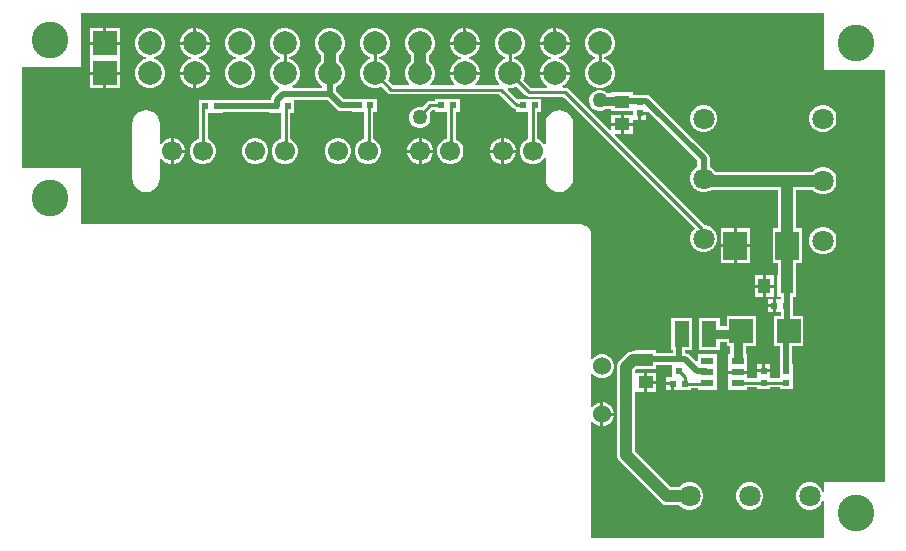
<source format=gbl>
G04*
G04 #@! TF.GenerationSoftware,Altium Limited,Altium Designer,23.1.1 (15)*
G04*
G04 Layer_Physical_Order=2*
G04 Layer_Color=16711680*
%FSLAX44Y44*%
%MOMM*%
G71*
G04*
G04 #@! TF.SameCoordinates,DA8C0BEE-71F1-460D-B415-3B7703EDD080*
G04*
G04*
G04 #@! TF.FilePolarity,Positive*
G04*
G01*
G75*
%ADD17C,1.8000*%
%ADD20C,0.8000*%
%ADD21C,0.2540*%
%ADD22C,1.0000*%
%ADD23C,3.1000*%
%ADD24C,2.0000*%
%ADD25R,2.0000X2.0000*%
%ADD26C,1.7000*%
%ADD27C,1.5240*%
%ADD28C,0.7112*%
%ADD29C,1.2700*%
%ADD30R,0.6000X0.6000*%
%ADD31R,2.0000X2.0000*%
%ADD32R,0.6000X0.6000*%
%ADD33R,1.3000X1.1000*%
%ADD34R,1.2700X2.2000*%
%ADD35R,1.1000X0.6000*%
%ADD36R,1.1000X1.3000*%
%ADD37R,2.0000X2.4000*%
%ADD38C,0.5000*%
G36*
X942000Y1213000D02*
X993386D01*
Y864143D01*
X942143D01*
X942000Y864000D01*
Y855963D01*
X940730Y855796D01*
X940554Y856454D01*
X939034Y859086D01*
X936886Y861234D01*
X934254Y862754D01*
X931319Y863540D01*
X928281D01*
X925346Y862754D01*
X922714Y861234D01*
X920566Y859086D01*
X919046Y856454D01*
X918260Y853519D01*
Y850481D01*
X919046Y847546D01*
X920566Y844914D01*
X922714Y842766D01*
X925346Y841246D01*
X928281Y840460D01*
X931319D01*
X934254Y841246D01*
X936886Y842766D01*
X939034Y844914D01*
X940554Y847546D01*
X940730Y848204D01*
X942000Y848037D01*
Y816614D01*
X744614D01*
Y914844D01*
X745581Y915103D01*
X745884Y915108D01*
X747762Y913230D01*
X750078Y911892D01*
X752662Y911200D01*
X752730D01*
Y921360D01*
Y931520D01*
X752662D01*
X750078Y930828D01*
X747762Y929490D01*
X745884Y927612D01*
X745581Y927617D01*
X744614Y927876D01*
Y955484D01*
X745581Y955743D01*
X745884Y955748D01*
X747762Y953870D01*
X750078Y952532D01*
X752662Y951840D01*
X755338D01*
X757922Y952532D01*
X760238Y953870D01*
X762130Y955762D01*
X763468Y958078D01*
X764160Y960662D01*
Y963338D01*
X763468Y965922D01*
X762130Y968238D01*
X760238Y970130D01*
X757922Y971468D01*
X755338Y972160D01*
X752662D01*
X750078Y971468D01*
X747762Y970130D01*
X745884Y968252D01*
X745581Y968257D01*
X744614Y968516D01*
Y1073318D01*
X744320Y1075547D01*
X743460Y1077625D01*
X742091Y1079409D01*
X740307Y1080778D01*
X738229Y1081638D01*
X736000Y1081932D01*
X312589Y1081932D01*
Y1130143D01*
X262614D01*
Y1215000D01*
X313000D01*
X312589Y1215411D01*
Y1261386D01*
X942000D01*
Y1213000D01*
D02*
G37*
%LPC*%
G36*
X715651Y1247940D02*
X715270D01*
Y1236670D01*
X726540D01*
Y1237051D01*
X725685Y1240240D01*
X724035Y1243100D01*
X721700Y1245434D01*
X718840Y1247085D01*
X715651Y1247940D01*
D02*
G37*
G36*
X712730D02*
X712349D01*
X709160Y1247085D01*
X706300Y1245434D01*
X703966Y1243100D01*
X702315Y1240240D01*
X701460Y1237051D01*
Y1236670D01*
X712730D01*
Y1247940D01*
D02*
G37*
G36*
X639451D02*
X639070D01*
Y1236670D01*
X650340D01*
Y1237051D01*
X649485Y1240240D01*
X647834Y1243100D01*
X645500Y1245434D01*
X642640Y1247085D01*
X639451Y1247940D01*
D02*
G37*
G36*
X636530D02*
X636149D01*
X632960Y1247085D01*
X630100Y1245434D01*
X627766Y1243100D01*
X626115Y1240240D01*
X625260Y1237051D01*
Y1236670D01*
X636530D01*
Y1247940D01*
D02*
G37*
G36*
X410851D02*
X410470D01*
Y1236670D01*
X421740D01*
Y1237051D01*
X420885Y1240240D01*
X419235Y1243100D01*
X416900Y1245434D01*
X414040Y1247085D01*
X410851Y1247940D01*
D02*
G37*
G36*
X407930D02*
X407549D01*
X404360Y1247085D01*
X401500Y1245434D01*
X399165Y1243100D01*
X397515Y1240240D01*
X396660Y1237051D01*
Y1236670D01*
X407930D01*
Y1247940D01*
D02*
G37*
G36*
X345540D02*
X334270D01*
Y1236670D01*
X345540D01*
Y1247940D01*
D02*
G37*
G36*
X331730D02*
X320460D01*
Y1236670D01*
X331730D01*
Y1247940D01*
D02*
G37*
G36*
X726540Y1234130D02*
X701460D01*
Y1233749D01*
X702315Y1230560D01*
X703966Y1227700D01*
X706300Y1225366D01*
X709160Y1223715D01*
X710493Y1223357D01*
Y1222043D01*
X709160Y1221685D01*
X706300Y1220034D01*
X703966Y1217700D01*
X702315Y1214840D01*
X701460Y1211651D01*
Y1211270D01*
X726540D01*
Y1211651D01*
X725685Y1214840D01*
X724035Y1217700D01*
X721700Y1220034D01*
X718840Y1221685D01*
X717507Y1222043D01*
Y1223357D01*
X718840Y1223715D01*
X721700Y1225366D01*
X724035Y1227700D01*
X725685Y1230560D01*
X726540Y1233749D01*
Y1234130D01*
D02*
G37*
G36*
X650340D02*
X625260D01*
Y1233749D01*
X626115Y1230560D01*
X627766Y1227700D01*
X630100Y1225366D01*
X632960Y1223715D01*
X634293Y1223357D01*
Y1222043D01*
X632960Y1221685D01*
X630100Y1220034D01*
X627766Y1217700D01*
X626115Y1214840D01*
X625260Y1211651D01*
Y1211270D01*
X650340D01*
Y1211651D01*
X649485Y1214840D01*
X647834Y1217700D01*
X645500Y1220034D01*
X642640Y1221685D01*
X641307Y1222043D01*
Y1223357D01*
X642640Y1223715D01*
X645500Y1225366D01*
X647834Y1227700D01*
X649485Y1230560D01*
X650340Y1233749D01*
Y1234130D01*
D02*
G37*
G36*
X421740D02*
X396660D01*
Y1233749D01*
X397515Y1230560D01*
X399165Y1227700D01*
X401500Y1225366D01*
X404360Y1223715D01*
X405693Y1223357D01*
Y1222043D01*
X404360Y1221685D01*
X401500Y1220034D01*
X399165Y1217700D01*
X397515Y1214840D01*
X396660Y1211651D01*
Y1211270D01*
X421740D01*
Y1211651D01*
X420885Y1214840D01*
X419235Y1217700D01*
X416900Y1220034D01*
X414040Y1221685D01*
X412707Y1222043D01*
Y1223357D01*
X414040Y1223715D01*
X416900Y1225366D01*
X419235Y1227700D01*
X420885Y1230560D01*
X421740Y1233749D01*
Y1234130D01*
D02*
G37*
G36*
X345540D02*
X320460D01*
Y1223810D01*
X320460Y1222860D01*
X320460Y1221590D01*
Y1211270D01*
X345540D01*
Y1221590D01*
X345540Y1222540D01*
X345540Y1223810D01*
Y1234130D01*
D02*
G37*
G36*
X677551Y1247940D02*
X674249D01*
X671060Y1247085D01*
X668200Y1245434D01*
X665865Y1243100D01*
X664215Y1240240D01*
X663360Y1237051D01*
Y1233749D01*
X664215Y1230560D01*
X665865Y1227700D01*
X668200Y1225366D01*
X671060Y1223715D01*
X672015Y1223458D01*
Y1221942D01*
X671060Y1221685D01*
X668200Y1220034D01*
X665865Y1217700D01*
X664215Y1214840D01*
X663360Y1211651D01*
Y1208349D01*
X664215Y1205160D01*
X665865Y1202300D01*
X666918Y1201248D01*
X666432Y1200075D01*
X647268D01*
X646782Y1201248D01*
X647834Y1202300D01*
X649485Y1205160D01*
X650340Y1208349D01*
Y1208730D01*
X625260D01*
Y1208349D01*
X626115Y1205160D01*
X627766Y1202300D01*
X628818Y1201248D01*
X628332Y1200075D01*
X609168D01*
X608682Y1201248D01*
X609734Y1202300D01*
X611385Y1205160D01*
X612240Y1208349D01*
Y1211651D01*
X611385Y1214840D01*
X609734Y1217700D01*
X607400Y1220034D01*
X607305Y1220089D01*
Y1225311D01*
X607400Y1225366D01*
X609734Y1227700D01*
X611385Y1230560D01*
X612240Y1233749D01*
Y1237051D01*
X611385Y1240240D01*
X609734Y1243100D01*
X607400Y1245434D01*
X604540Y1247085D01*
X601351Y1247940D01*
X598049D01*
X594860Y1247085D01*
X592000Y1245434D01*
X589665Y1243100D01*
X588015Y1240240D01*
X587160Y1237051D01*
Y1233749D01*
X588015Y1230560D01*
X589665Y1227700D01*
X592000Y1225366D01*
X592095Y1225311D01*
Y1220089D01*
X592000Y1220034D01*
X589665Y1217700D01*
X588015Y1214840D01*
X587160Y1211651D01*
Y1208349D01*
X588015Y1205160D01*
X589665Y1202300D01*
X590718Y1201248D01*
X590232Y1200075D01*
X577019D01*
X572791Y1204303D01*
X573285Y1205160D01*
X574140Y1208349D01*
Y1211651D01*
X573285Y1214840D01*
X571634Y1217700D01*
X569300Y1220034D01*
X566440Y1221685D01*
X565485Y1221942D01*
Y1223458D01*
X566440Y1223715D01*
X569300Y1225366D01*
X571634Y1227700D01*
X573285Y1230560D01*
X574140Y1233749D01*
Y1237051D01*
X573285Y1240240D01*
X571634Y1243100D01*
X569300Y1245434D01*
X566440Y1247085D01*
X563251Y1247940D01*
X559949D01*
X556760Y1247085D01*
X553900Y1245434D01*
X551566Y1243100D01*
X549915Y1240240D01*
X549060Y1237051D01*
Y1233749D01*
X549915Y1230560D01*
X551566Y1227700D01*
X553900Y1225366D01*
X556760Y1223715D01*
X557715Y1223458D01*
Y1221942D01*
X556760Y1221685D01*
X553900Y1220034D01*
X551566Y1217700D01*
X549915Y1214840D01*
X549060Y1211651D01*
Y1208349D01*
X549915Y1205160D01*
X551566Y1202300D01*
X553900Y1199966D01*
X556760Y1198315D01*
X559949Y1197460D01*
X563251D01*
X566440Y1198315D01*
X567297Y1198809D01*
X572663Y1193443D01*
X573923Y1192601D01*
X575410Y1192305D01*
X667201D01*
X678931Y1180575D01*
X680191Y1179733D01*
X681460Y1179481D01*
Y1177460D01*
X691638D01*
Y1154388D01*
X691264Y1154288D01*
X688746Y1152834D01*
X686691Y1150779D01*
X685237Y1148261D01*
X684485Y1145453D01*
Y1142547D01*
X685237Y1139739D01*
X686691Y1137221D01*
X688746Y1135166D01*
X691264Y1133712D01*
X694072Y1132960D01*
X696979D01*
X699786Y1133712D01*
X702304Y1135166D01*
X704359Y1137221D01*
X704999Y1138330D01*
X706269Y1137990D01*
Y1120980D01*
X706666Y1117968D01*
X707829Y1115160D01*
X709678Y1112750D01*
X712089Y1110900D01*
X714896Y1109737D01*
X717909Y1109341D01*
X720921Y1109737D01*
X723729Y1110900D01*
X726139Y1112750D01*
X727989Y1115160D01*
X729152Y1117968D01*
X729548Y1120980D01*
Y1166980D01*
X729152Y1169993D01*
X727989Y1172800D01*
X726139Y1175210D01*
X723729Y1177060D01*
X720921Y1178223D01*
X717909Y1178620D01*
X714896Y1178223D01*
X712089Y1177060D01*
X709678Y1175210D01*
X707829Y1172800D01*
X706666Y1169993D01*
X706269Y1166980D01*
Y1150010D01*
X704999Y1149670D01*
X704359Y1150779D01*
X702304Y1152834D01*
X699786Y1154288D01*
X699408Y1154389D01*
Y1177460D01*
X702540D01*
Y1188540D01*
X681954D01*
X674304Y1196190D01*
X674830Y1197460D01*
X677551D01*
X680740Y1198315D01*
X681597Y1198809D01*
X689153Y1191253D01*
X690413Y1190411D01*
X691900Y1190115D01*
X721391D01*
X832593Y1078913D01*
X830766Y1077086D01*
X829246Y1074454D01*
X828460Y1071519D01*
Y1068481D01*
X829246Y1065546D01*
X830766Y1062914D01*
X832914Y1060766D01*
X835546Y1059246D01*
X838481Y1058460D01*
X841519D01*
X844454Y1059246D01*
X847086Y1060766D01*
X849234Y1062914D01*
X850753Y1065546D01*
X851540Y1068481D01*
Y1071519D01*
X850753Y1074454D01*
X849234Y1077086D01*
X847086Y1079234D01*
X844454Y1080753D01*
X841519Y1081540D01*
X840954D01*
X764707Y1157787D01*
X765193Y1158960D01*
X769730D01*
Y1165730D01*
X761960D01*
Y1162193D01*
X760787Y1161707D01*
X725747Y1196747D01*
X724487Y1197589D01*
X723000Y1197885D01*
X720636D01*
X720295Y1199155D01*
X721700Y1199966D01*
X724035Y1202300D01*
X725685Y1205160D01*
X726540Y1208349D01*
Y1208730D01*
X701460D01*
Y1208349D01*
X702315Y1205160D01*
X703966Y1202300D01*
X706300Y1199966D01*
X707705Y1199155D01*
X707364Y1197885D01*
X693509D01*
X687091Y1204303D01*
X687585Y1205160D01*
X688440Y1208349D01*
Y1211651D01*
X687585Y1214840D01*
X685935Y1217700D01*
X683600Y1220034D01*
X680740Y1221685D01*
X679785Y1221942D01*
Y1223458D01*
X680740Y1223715D01*
X683600Y1225366D01*
X685935Y1227700D01*
X687585Y1230560D01*
X688440Y1233749D01*
Y1237051D01*
X687585Y1240240D01*
X685935Y1243100D01*
X683600Y1245434D01*
X680740Y1247085D01*
X677551Y1247940D01*
D02*
G37*
G36*
X525151D02*
X521849D01*
X518660Y1247085D01*
X515800Y1245434D01*
X513465Y1243100D01*
X511815Y1240240D01*
X510960Y1237051D01*
Y1233749D01*
X511815Y1230560D01*
X513465Y1227700D01*
X515800Y1225366D01*
X515895Y1225311D01*
Y1220089D01*
X515800Y1220034D01*
X513465Y1217700D01*
X511815Y1214840D01*
X510960Y1211651D01*
Y1208349D01*
X511815Y1205160D01*
X513465Y1202300D01*
X515800Y1199966D01*
X517215Y1199149D01*
X516875Y1197879D01*
X492025D01*
X491685Y1199149D01*
X493100Y1199966D01*
X495434Y1202300D01*
X497085Y1205160D01*
X497940Y1208349D01*
Y1211651D01*
X497085Y1214840D01*
X495434Y1217700D01*
X493100Y1220034D01*
X490240Y1221685D01*
X489285Y1221942D01*
Y1223458D01*
X490240Y1223715D01*
X493100Y1225366D01*
X495434Y1227700D01*
X497085Y1230560D01*
X497940Y1233749D01*
Y1237051D01*
X497085Y1240240D01*
X495434Y1243100D01*
X493100Y1245434D01*
X490240Y1247085D01*
X487051Y1247940D01*
X483749D01*
X480560Y1247085D01*
X477700Y1245434D01*
X475365Y1243100D01*
X473715Y1240240D01*
X472860Y1237051D01*
Y1233749D01*
X473715Y1230560D01*
X475365Y1227700D01*
X477700Y1225366D01*
X480560Y1223715D01*
X481515Y1223458D01*
Y1221942D01*
X480560Y1221685D01*
X477700Y1220034D01*
X475365Y1217700D01*
X473715Y1214840D01*
X472860Y1211651D01*
Y1208349D01*
X473715Y1205160D01*
X475365Y1202300D01*
X477700Y1199966D01*
X480560Y1198315D01*
X480678Y1198283D01*
X480905Y1196907D01*
X480106Y1196374D01*
X474866Y1191134D01*
X473752Y1189466D01*
X473369Y1187540D01*
X472460D01*
Y1187139D01*
X433540D01*
Y1187540D01*
X412460D01*
Y1176460D01*
X412508D01*
Y1154511D01*
X411674Y1154288D01*
X409156Y1152834D01*
X407101Y1150779D01*
X405647Y1148261D01*
X404895Y1145453D01*
Y1142547D01*
X405647Y1139739D01*
X407101Y1137221D01*
X409156Y1135166D01*
X411674Y1133712D01*
X414481Y1132960D01*
X417388D01*
X420196Y1133712D01*
X422714Y1135166D01*
X424769Y1137221D01*
X426222Y1139739D01*
X426975Y1142547D01*
Y1145453D01*
X426222Y1148261D01*
X424769Y1150779D01*
X422714Y1152834D01*
X420277Y1154241D01*
Y1176460D01*
X433540D01*
Y1176861D01*
X472460D01*
Y1176460D01*
X482477D01*
Y1154610D01*
X481273Y1154288D01*
X478755Y1152834D01*
X476700Y1150779D01*
X475246Y1148261D01*
X474494Y1145453D01*
Y1142547D01*
X475246Y1139739D01*
X476700Y1137221D01*
X478755Y1135166D01*
X481273Y1133712D01*
X484081Y1132960D01*
X486987D01*
X489795Y1133712D01*
X492313Y1135166D01*
X494368Y1137221D01*
X495822Y1139739D01*
X496574Y1142547D01*
Y1145453D01*
X495822Y1148261D01*
X494368Y1150779D01*
X492313Y1152834D01*
X490247Y1154027D01*
Y1176460D01*
X493540D01*
Y1187540D01*
X494785Y1187601D01*
X521371D01*
X529606Y1179366D01*
X531273Y1178252D01*
X533240Y1177861D01*
X542460D01*
Y1177460D01*
X552492D01*
Y1154550D01*
X551512Y1154288D01*
X548995Y1152834D01*
X546940Y1150779D01*
X545486Y1148261D01*
X544734Y1145453D01*
Y1142547D01*
X545486Y1139739D01*
X546940Y1137221D01*
X548995Y1135166D01*
X551512Y1133712D01*
X554320Y1132960D01*
X557227D01*
X560035Y1133712D01*
X562552Y1135166D01*
X564608Y1137221D01*
X566062Y1139739D01*
X566814Y1142547D01*
Y1145453D01*
X566062Y1148261D01*
X564608Y1150779D01*
X562552Y1152834D01*
X560261Y1154157D01*
Y1177460D01*
X563540D01*
Y1188540D01*
X542460D01*
Y1188139D01*
X535368D01*
X528639Y1194868D01*
Y1198487D01*
X531200Y1199966D01*
X533535Y1202300D01*
X535185Y1205160D01*
X536040Y1208349D01*
Y1211651D01*
X535185Y1214840D01*
X533535Y1217700D01*
X531200Y1220034D01*
X531105Y1220089D01*
Y1225311D01*
X531200Y1225366D01*
X533535Y1227700D01*
X535185Y1230560D01*
X536040Y1233749D01*
Y1237051D01*
X535185Y1240240D01*
X533535Y1243100D01*
X531200Y1245434D01*
X528340Y1247085D01*
X525151Y1247940D01*
D02*
G37*
G36*
X753751D02*
X750449D01*
X747260Y1247085D01*
X744400Y1245434D01*
X742066Y1243100D01*
X740415Y1240240D01*
X739560Y1237051D01*
Y1233749D01*
X740415Y1230560D01*
X742066Y1227700D01*
X744400Y1225366D01*
X747260Y1223715D01*
X748215Y1223458D01*
Y1221942D01*
X747260Y1221685D01*
X744400Y1220034D01*
X742066Y1217700D01*
X740415Y1214840D01*
X739560Y1211651D01*
Y1208349D01*
X740415Y1205160D01*
X742066Y1202300D01*
X744400Y1199966D01*
X747260Y1198315D01*
X750449Y1197460D01*
X753751D01*
X756940Y1198315D01*
X759800Y1199966D01*
X762134Y1202300D01*
X763785Y1205160D01*
X764640Y1208349D01*
Y1211651D01*
X763785Y1214840D01*
X762134Y1217700D01*
X759800Y1220034D01*
X756940Y1221685D01*
X755985Y1221942D01*
Y1223458D01*
X756940Y1223715D01*
X759800Y1225366D01*
X762134Y1227700D01*
X763785Y1230560D01*
X764640Y1233749D01*
Y1237051D01*
X763785Y1240240D01*
X762134Y1243100D01*
X759800Y1245434D01*
X756940Y1247085D01*
X753751Y1247940D01*
D02*
G37*
G36*
X448951D02*
X445649D01*
X442460Y1247085D01*
X439600Y1245434D01*
X437266Y1243100D01*
X435615Y1240240D01*
X434760Y1237051D01*
Y1233749D01*
X435615Y1230560D01*
X437266Y1227700D01*
X439600Y1225366D01*
X442460Y1223715D01*
X443793Y1223357D01*
Y1222043D01*
X442460Y1221685D01*
X439600Y1220034D01*
X437266Y1217700D01*
X435615Y1214840D01*
X434760Y1211651D01*
Y1208349D01*
X435615Y1205160D01*
X437266Y1202300D01*
X439600Y1199966D01*
X442460Y1198315D01*
X445649Y1197460D01*
X448951D01*
X452140Y1198315D01*
X455000Y1199966D01*
X457335Y1202300D01*
X458985Y1205160D01*
X459840Y1208349D01*
Y1211651D01*
X458985Y1214840D01*
X457335Y1217700D01*
X455000Y1220034D01*
X452140Y1221685D01*
X450807Y1222043D01*
Y1223357D01*
X452140Y1223715D01*
X455000Y1225366D01*
X457335Y1227700D01*
X458985Y1230560D01*
X459840Y1233749D01*
Y1237051D01*
X458985Y1240240D01*
X457335Y1243100D01*
X455000Y1245434D01*
X452140Y1247085D01*
X448951Y1247940D01*
D02*
G37*
G36*
X421740Y1208730D02*
X410470D01*
Y1197460D01*
X410851D01*
X414040Y1198315D01*
X416900Y1199966D01*
X419235Y1202300D01*
X420885Y1205160D01*
X421740Y1208349D01*
Y1208730D01*
D02*
G37*
G36*
X407930D02*
X396660D01*
Y1208349D01*
X397515Y1205160D01*
X399165Y1202300D01*
X401500Y1199966D01*
X404360Y1198315D01*
X407549Y1197460D01*
X407930D01*
Y1208730D01*
D02*
G37*
G36*
X372751Y1247940D02*
X369449D01*
X366260Y1247085D01*
X363400Y1245434D01*
X361065Y1243100D01*
X359415Y1240240D01*
X358560Y1237051D01*
Y1233749D01*
X359415Y1230560D01*
X361065Y1227700D01*
X363400Y1225366D01*
X366260Y1223715D01*
X367593Y1223357D01*
Y1222043D01*
X366260Y1221685D01*
X363400Y1220034D01*
X361065Y1217700D01*
X359415Y1214840D01*
X358560Y1211651D01*
Y1208349D01*
X359415Y1205160D01*
X361065Y1202300D01*
X363400Y1199966D01*
X366260Y1198315D01*
X369449Y1197460D01*
X372751D01*
X375940Y1198315D01*
X378800Y1199966D01*
X381134Y1202300D01*
X382785Y1205160D01*
X383640Y1208349D01*
Y1211651D01*
X382785Y1214840D01*
X381134Y1217700D01*
X378800Y1220034D01*
X375940Y1221685D01*
X374607Y1222043D01*
Y1223357D01*
X375940Y1223715D01*
X378800Y1225366D01*
X381134Y1227700D01*
X382785Y1230560D01*
X383640Y1233749D01*
Y1237051D01*
X382785Y1240240D01*
X381134Y1243100D01*
X378800Y1245434D01*
X375940Y1247085D01*
X372751Y1247940D01*
D02*
G37*
G36*
X345540Y1208730D02*
X334270D01*
Y1197460D01*
X345540D01*
Y1208730D01*
D02*
G37*
G36*
X331730D02*
X320460D01*
Y1197460D01*
X331730D01*
Y1208730D01*
D02*
G37*
G36*
X633540Y1188540D02*
X612460D01*
Y1186885D01*
X608720D01*
X607233Y1186589D01*
X605973Y1185747D01*
X601518Y1181292D01*
X601000Y1181431D01*
X598659D01*
X596398Y1180826D01*
X594371Y1179655D01*
X592716Y1178000D01*
X591545Y1175973D01*
X590940Y1173712D01*
Y1171371D01*
X591545Y1169110D01*
X592716Y1167083D01*
X594371Y1165428D01*
X596398Y1164257D01*
X598659Y1163651D01*
X601000D01*
X603261Y1164257D01*
X605288Y1165428D01*
X606943Y1167083D01*
X608114Y1169110D01*
X608720Y1171371D01*
Y1173712D01*
X608114Y1175973D01*
X607774Y1176561D01*
X610329Y1179115D01*
X612460D01*
Y1177460D01*
X622528D01*
Y1154578D01*
X621444Y1154288D01*
X618927Y1152834D01*
X616871Y1150779D01*
X615418Y1148261D01*
X614665Y1145453D01*
Y1142547D01*
X615418Y1139739D01*
X616871Y1137221D01*
X618927Y1135166D01*
X621444Y1133712D01*
X624252Y1132960D01*
X627159D01*
X629967Y1133712D01*
X632484Y1135166D01*
X634540Y1137221D01*
X635993Y1139739D01*
X636745Y1142547D01*
Y1145453D01*
X635993Y1148261D01*
X634540Y1150779D01*
X632484Y1152834D01*
X630297Y1154097D01*
Y1177460D01*
X633540D01*
Y1188540D01*
D02*
G37*
G36*
X791540Y1174730D02*
X787270D01*
Y1170460D01*
X791540D01*
Y1174730D01*
D02*
G37*
G36*
X769730Y1175040D02*
X761960D01*
Y1168270D01*
X769730D01*
Y1175040D01*
D02*
G37*
G36*
X942519Y1183140D02*
X939481D01*
X936546Y1182354D01*
X933914Y1180834D01*
X931766Y1178686D01*
X930247Y1176054D01*
X929460Y1173119D01*
Y1170081D01*
X930247Y1167146D01*
X931766Y1164514D01*
X933914Y1162366D01*
X936546Y1160846D01*
X939481Y1160060D01*
X942519D01*
X945454Y1160846D01*
X948086Y1162366D01*
X950234Y1164514D01*
X951753Y1167146D01*
X952540Y1170081D01*
Y1173119D01*
X951753Y1176054D01*
X950234Y1178686D01*
X948086Y1180834D01*
X945454Y1182354D01*
X942519Y1183140D01*
D02*
G37*
G36*
X841519D02*
X838481D01*
X835546Y1182354D01*
X832914Y1180834D01*
X830766Y1178686D01*
X829246Y1176054D01*
X828460Y1173119D01*
Y1170081D01*
X829246Y1167146D01*
X830766Y1164514D01*
X832914Y1162366D01*
X835546Y1160846D01*
X838481Y1160060D01*
X841519D01*
X844454Y1160846D01*
X847086Y1162366D01*
X849234Y1164514D01*
X850753Y1167146D01*
X851540Y1170081D01*
Y1173119D01*
X850753Y1176054D01*
X849234Y1178686D01*
X847086Y1180834D01*
X844454Y1182354D01*
X841519Y1183140D01*
D02*
G37*
G36*
X780040Y1165730D02*
X772270D01*
Y1158960D01*
X780040D01*
Y1165730D01*
D02*
G37*
G36*
X391453Y1155040D02*
X391270D01*
Y1145270D01*
X401040D01*
Y1145453D01*
X400288Y1148261D01*
X398834Y1150779D01*
X396779Y1152834D01*
X394261Y1154288D01*
X391453Y1155040D01*
D02*
G37*
G36*
X671580D02*
X671397D01*
Y1145270D01*
X681167D01*
Y1145453D01*
X680414Y1148261D01*
X678961Y1150779D01*
X676905Y1152834D01*
X674388Y1154288D01*
X671580Y1155040D01*
D02*
G37*
G36*
X601472D02*
X601289D01*
Y1145270D01*
X611059D01*
Y1145453D01*
X610306Y1148261D01*
X608853Y1150779D01*
X606797Y1152834D01*
X604280Y1154288D01*
X601472Y1155040D01*
D02*
G37*
G36*
X668857D02*
X668673D01*
X665865Y1154288D01*
X663348Y1152834D01*
X661292Y1150779D01*
X659839Y1148261D01*
X659087Y1145453D01*
Y1145270D01*
X668857D01*
Y1155040D01*
D02*
G37*
G36*
X598749D02*
X598565D01*
X595757Y1154288D01*
X593240Y1152834D01*
X591184Y1150779D01*
X589731Y1148261D01*
X588979Y1145453D01*
Y1145270D01*
X598749D01*
Y1155040D01*
D02*
G37*
G36*
X681167Y1142730D02*
X671397D01*
Y1132960D01*
X671580D01*
X674388Y1133712D01*
X676905Y1135166D01*
X678961Y1137221D01*
X680414Y1139739D01*
X681167Y1142547D01*
Y1142730D01*
D02*
G37*
G36*
X668857D02*
X659087D01*
Y1142547D01*
X659839Y1139739D01*
X661292Y1137221D01*
X663348Y1135166D01*
X665865Y1133712D01*
X668673Y1132960D01*
X668857D01*
Y1142730D01*
D02*
G37*
G36*
X611059D02*
X601289D01*
Y1132960D01*
X601472D01*
X604280Y1133712D01*
X606797Y1135166D01*
X608853Y1137221D01*
X610306Y1139739D01*
X611059Y1142547D01*
Y1142730D01*
D02*
G37*
G36*
X598749D02*
X588979D01*
Y1142547D01*
X589731Y1139739D01*
X591184Y1137221D01*
X593240Y1135166D01*
X595757Y1133712D01*
X598565Y1132960D01*
X598749D01*
Y1142730D01*
D02*
G37*
G36*
X531854Y1155040D02*
X528947D01*
X526139Y1154288D01*
X523622Y1152834D01*
X521566Y1150779D01*
X520113Y1148261D01*
X519361Y1145453D01*
Y1142547D01*
X520113Y1139739D01*
X521566Y1137221D01*
X523622Y1135166D01*
X526139Y1133712D01*
X528947Y1132960D01*
X531854D01*
X534662Y1133712D01*
X537179Y1135166D01*
X539235Y1137221D01*
X540688Y1139739D01*
X541441Y1142547D01*
Y1145453D01*
X540688Y1148261D01*
X539235Y1150779D01*
X537179Y1152834D01*
X534662Y1154288D01*
X531854Y1155040D01*
D02*
G37*
G36*
X461791D02*
X458885D01*
X456077Y1154288D01*
X453559Y1152834D01*
X451504Y1150779D01*
X450051Y1148261D01*
X449298Y1145453D01*
Y1142547D01*
X450051Y1139739D01*
X451504Y1137221D01*
X453559Y1135166D01*
X456077Y1133712D01*
X458885Y1132960D01*
X461791D01*
X464599Y1133712D01*
X467117Y1135166D01*
X469172Y1137221D01*
X470626Y1139739D01*
X471378Y1142547D01*
Y1145453D01*
X470626Y1148261D01*
X469172Y1150779D01*
X467117Y1152834D01*
X464599Y1154288D01*
X461791Y1155040D01*
D02*
G37*
G36*
X401040Y1142730D02*
X391270D01*
Y1132960D01*
X391453D01*
X394261Y1133712D01*
X396779Y1135166D01*
X398834Y1137221D01*
X400288Y1139739D01*
X401040Y1142547D01*
Y1142730D01*
D02*
G37*
G36*
X367909Y1178620D02*
X364896Y1178223D01*
X362089Y1177060D01*
X359678Y1175210D01*
X357829Y1172800D01*
X356666Y1169993D01*
X356269Y1166980D01*
Y1120980D01*
X356666Y1117968D01*
X357829Y1115160D01*
X359678Y1112750D01*
X362089Y1110900D01*
X364896Y1109737D01*
X367909Y1109341D01*
X370921Y1109737D01*
X373729Y1110900D01*
X376139Y1112750D01*
X377989Y1115160D01*
X379152Y1117968D01*
X379548Y1120980D01*
Y1137483D01*
X380818Y1137823D01*
X381166Y1137221D01*
X383221Y1135166D01*
X385739Y1133712D01*
X388547Y1132960D01*
X388730D01*
Y1144000D01*
Y1155040D01*
X388547D01*
X385739Y1154288D01*
X383221Y1152834D01*
X381166Y1150779D01*
X380818Y1150177D01*
X379548Y1150517D01*
Y1166980D01*
X379152Y1169993D01*
X377989Y1172800D01*
X376139Y1175210D01*
X373729Y1177060D01*
X370921Y1178223D01*
X367909Y1178620D01*
D02*
G37*
G36*
X753170Y1195890D02*
X750830D01*
X748569Y1195284D01*
X746541Y1194114D01*
X744886Y1192459D01*
X743716Y1190431D01*
X743110Y1188170D01*
Y1185830D01*
X743716Y1183569D01*
X744886Y1181541D01*
X746541Y1179886D01*
X748569Y1178716D01*
X750830Y1178110D01*
X753170D01*
X755431Y1178716D01*
X757459Y1179886D01*
X757476Y1179904D01*
X761960D01*
Y1177960D01*
X780040D01*
X780460Y1176864D01*
Y1176136D01*
X780040Y1175040D01*
X779190Y1175040D01*
X772270D01*
Y1168270D01*
X780040D01*
Y1169364D01*
X780460Y1170460D01*
X781310Y1170460D01*
X784730D01*
Y1176000D01*
X786000D01*
Y1177270D01*
X791540D01*
Y1177533D01*
X792713Y1178019D01*
X834861Y1135872D01*
Y1131158D01*
X832914Y1130034D01*
X830766Y1127886D01*
X829246Y1125254D01*
X828460Y1122319D01*
Y1119281D01*
X829246Y1116346D01*
X830766Y1113714D01*
X832914Y1111566D01*
X835546Y1110046D01*
X838481Y1109260D01*
X841519D01*
X844454Y1110046D01*
X846790Y1111395D01*
X903395D01*
Y1078540D01*
X898460D01*
Y1049460D01*
X902935D01*
Y1038770D01*
X902500D01*
Y1020690D01*
X905861D01*
Y1018540D01*
X901270D01*
Y1013000D01*
Y1007460D01*
X905861D01*
Y1004540D01*
X899460D01*
Y979460D01*
X904861D01*
Y963540D01*
X904460D01*
Y951885D01*
X896540D01*
Y956730D01*
X891000D01*
X885460D01*
Y951885D01*
X877040D01*
Y955730D01*
X869000D01*
X860960D01*
Y951460D01*
Y941960D01*
X877040D01*
Y944115D01*
X885460D01*
Y942460D01*
X896540D01*
Y944115D01*
X904460D01*
Y942460D01*
X915540D01*
Y952460D01*
Y963540D01*
X915139D01*
Y979460D01*
X924540D01*
Y1004540D01*
X916139D01*
Y1013000D01*
X916089Y1013250D01*
X916139Y1013500D01*
Y1020690D01*
X918580D01*
Y1038770D01*
X918145D01*
Y1049460D01*
X923540D01*
Y1078540D01*
X918605D01*
Y1111395D01*
X932285D01*
X933914Y1109766D01*
X936546Y1108246D01*
X939481Y1107460D01*
X942519D01*
X945454Y1108246D01*
X948086Y1109766D01*
X950234Y1111914D01*
X951753Y1114546D01*
X952540Y1117481D01*
Y1120519D01*
X951753Y1123454D01*
X950234Y1126086D01*
X948086Y1128234D01*
X945454Y1129753D01*
X942519Y1130540D01*
X939481D01*
X936546Y1129753D01*
X933914Y1128234D01*
X932285Y1126605D01*
X849974D01*
X849234Y1127886D01*
X847086Y1130034D01*
X845139Y1131158D01*
Y1138000D01*
X844748Y1139967D01*
X843634Y1141634D01*
X794902Y1190365D01*
X793235Y1191479D01*
X791269Y1191870D01*
X780040D01*
Y1194040D01*
X761960D01*
Y1193096D01*
X758476D01*
X757459Y1194114D01*
X755431Y1195284D01*
X753170Y1195890D01*
D02*
G37*
G36*
X879540Y1078540D02*
X868270D01*
Y1065270D01*
X879540D01*
Y1078540D01*
D02*
G37*
G36*
X865730D02*
X854460D01*
Y1065270D01*
X865730D01*
Y1078540D01*
D02*
G37*
G36*
X942519Y1079740D02*
X939481D01*
X936546Y1078953D01*
X933914Y1077434D01*
X931766Y1075286D01*
X930247Y1072654D01*
X929460Y1069719D01*
Y1066681D01*
X930247Y1063746D01*
X931766Y1061114D01*
X933914Y1058966D01*
X936546Y1057446D01*
X939481Y1056660D01*
X942519D01*
X945454Y1057446D01*
X948086Y1058966D01*
X950234Y1061114D01*
X951753Y1063746D01*
X952540Y1066681D01*
Y1069719D01*
X951753Y1072654D01*
X950234Y1075286D01*
X948086Y1077434D01*
X945454Y1078953D01*
X942519Y1079740D01*
D02*
G37*
G36*
X879540Y1062730D02*
X868270D01*
Y1049460D01*
X879540D01*
Y1062730D01*
D02*
G37*
G36*
X865730D02*
X854460D01*
Y1049460D01*
X865730D01*
Y1062730D01*
D02*
G37*
G36*
X899580Y1038770D02*
X892810D01*
Y1031000D01*
X899580D01*
Y1038770D01*
D02*
G37*
G36*
X890270D02*
X883500D01*
Y1031000D01*
X890270D01*
Y1038770D01*
D02*
G37*
G36*
X899580Y1028460D02*
X892810D01*
Y1020690D01*
X899580D01*
Y1028460D01*
D02*
G37*
G36*
X890270D02*
X883500D01*
Y1020690D01*
X890270D01*
Y1028460D01*
D02*
G37*
G36*
X898730Y1018540D02*
X894460D01*
Y1014270D01*
X898730D01*
Y1018540D01*
D02*
G37*
G36*
Y1011730D02*
X894460D01*
Y1007460D01*
X898730D01*
Y1011730D01*
D02*
G37*
G36*
X884540Y1004540D02*
X859460D01*
Y995596D01*
X853540D01*
Y1002540D01*
X835760D01*
Y975460D01*
X853540D01*
Y982404D01*
X859460D01*
Y979460D01*
X862404D01*
Y972040D01*
X860960D01*
Y960960D01*
Y958270D01*
X869000D01*
X877040D01*
Y960960D01*
Y972040D01*
X875596D01*
Y979460D01*
X884540D01*
Y1004540D01*
D02*
G37*
G36*
X830240Y1002540D02*
X812460D01*
Y975460D01*
X813861D01*
Y973540D01*
X813460D01*
Y973430D01*
X800040D01*
Y975540D01*
X781960D01*
Y974605D01*
X779858D01*
X777889Y974346D01*
X776815Y973901D01*
X776055Y973586D01*
X774480Y972378D01*
X768622Y966520D01*
X767414Y964945D01*
X766654Y963111D01*
X766395Y961142D01*
Y887000D01*
X766654Y885032D01*
X767414Y883197D01*
X768622Y881622D01*
X803622Y846622D01*
X805197Y845414D01*
X807032Y844654D01*
X809000Y844395D01*
X819485D01*
X821114Y842766D01*
X823746Y841246D01*
X826681Y840460D01*
X829719D01*
X832654Y841246D01*
X835286Y842766D01*
X837434Y844914D01*
X838953Y847546D01*
X839740Y850481D01*
Y853519D01*
X838953Y856454D01*
X837434Y859086D01*
X835286Y861234D01*
X832654Y862754D01*
X829719Y863540D01*
X826681D01*
X823746Y862754D01*
X821114Y861234D01*
X819485Y859605D01*
X812150D01*
X781605Y890150D01*
Y939337D01*
X781960Y940460D01*
X782875Y940460D01*
X789730D01*
Y948500D01*
Y956540D01*
X782875D01*
X781960Y956540D01*
X781605Y957663D01*
Y957992D01*
X783008Y959395D01*
X790500D01*
X790994Y959460D01*
X800040D01*
Y963153D01*
X813460D01*
Y952540D01*
X808460D01*
Y948270D01*
X814000D01*
Y947000D01*
X815270D01*
Y941460D01*
X829540D01*
Y943365D01*
X834960D01*
Y941960D01*
X851040D01*
Y951460D01*
Y960960D01*
Y972040D01*
X834960D01*
Y966217D01*
X833787Y965731D01*
X828259Y971259D01*
X826591Y972373D01*
X824625Y972764D01*
X824540D01*
Y973540D01*
X824139D01*
Y975460D01*
X830240D01*
Y1002540D01*
D02*
G37*
G36*
X896540Y963540D02*
X892270D01*
Y959270D01*
X896540D01*
Y963540D01*
D02*
G37*
G36*
X889730D02*
X885460D01*
Y959270D01*
X889730D01*
Y963540D01*
D02*
G37*
G36*
X792270Y956540D02*
Y949770D01*
X800040D01*
Y956540D01*
X792270D01*
D02*
G37*
G36*
X812730Y945730D02*
X808460D01*
Y941460D01*
X812730D01*
Y945730D01*
D02*
G37*
G36*
X800040Y947230D02*
X792270D01*
Y940460D01*
X800040D01*
Y947230D01*
D02*
G37*
G36*
X755338Y931520D02*
X755270D01*
Y922630D01*
X764160D01*
Y922698D01*
X763468Y925282D01*
X762130Y927598D01*
X760238Y929490D01*
X757922Y930828D01*
X755338Y931520D01*
D02*
G37*
G36*
X764160Y920090D02*
X755270D01*
Y911200D01*
X755338D01*
X757922Y911892D01*
X760238Y913230D01*
X762130Y915122D01*
X763468Y917438D01*
X764160Y920022D01*
Y920090D01*
D02*
G37*
G36*
X880519Y863540D02*
X877481D01*
X874546Y862754D01*
X871914Y861234D01*
X869766Y859086D01*
X868246Y856454D01*
X867460Y853519D01*
Y850481D01*
X868246Y847546D01*
X869766Y844914D01*
X871914Y842766D01*
X874546Y841246D01*
X877481Y840460D01*
X880519D01*
X883454Y841246D01*
X886086Y842766D01*
X888234Y844914D01*
X889753Y847546D01*
X890540Y850481D01*
Y853519D01*
X889753Y856454D01*
X888234Y859086D01*
X886086Y861234D01*
X883454Y862754D01*
X880519Y863540D01*
D02*
G37*
%LPD*%
D17*
X941000Y1171600D02*
D03*
Y1119000D02*
D03*
Y1068200D02*
D03*
X840000Y1120800D02*
D03*
Y1171600D02*
D03*
Y1070000D02*
D03*
X879000Y852000D02*
D03*
X929800D02*
D03*
X828200D02*
D03*
D20*
X770500Y1186500D02*
X771000Y1186000D01*
X752500Y1186500D02*
X770500D01*
X752000Y1187000D02*
X752500Y1186500D01*
X844650Y989000D02*
X870000D01*
X871000Y988000D01*
X869000Y969000D02*
Y988000D01*
D21*
X723000Y1194000D02*
X839000Y1078000D01*
X691900Y1194000D02*
X723000D01*
X695523Y1144002D02*
Y1181523D01*
X697000Y1183000D01*
X415935Y1144000D02*
X416392Y1144457D01*
Y1180392D01*
X418000Y1182000D01*
X486362Y1180362D02*
X488000Y1182000D01*
X486362Y1144828D02*
Y1180362D01*
X485534Y1144000D02*
X486362Y1144828D01*
X626412Y1144707D02*
Y1181412D01*
X628000Y1183000D01*
X625705Y1144000D02*
X626412Y1144707D01*
X556377Y1181377D02*
X558000Y1183000D01*
X556377Y1144603D02*
Y1181377D01*
X555774Y1144000D02*
X556377Y1144603D01*
X418161Y1138000D02*
Y1144000D01*
X418080Y1144081D02*
X418161Y1144000D01*
X869000Y947500D02*
X869500Y948000D01*
X892082D01*
X599830Y1172541D02*
Y1174110D01*
X608720Y1183000D01*
X824000Y947000D02*
Y953000D01*
X668810Y1196190D02*
X681678Y1183322D01*
X561600Y1210000D02*
X575410Y1196190D01*
X668810D01*
X681678Y1183322D02*
X686678D01*
X608720Y1183000D02*
X618000D01*
X892000Y949000D02*
X893000Y948000D01*
X910000D01*
X891250Y948250D02*
X892000Y949000D01*
X686678Y1183322D02*
X687000Y1183000D01*
X842750Y947250D02*
X843000Y947500D01*
X825250Y947250D02*
X839750D01*
X819000Y958000D02*
X824000Y953000D01*
X561600Y1210000D02*
Y1235400D01*
X485400Y1210000D02*
Y1235400D01*
X752100Y1210000D02*
Y1235400D01*
X675900Y1210000D02*
Y1235400D01*
Y1210000D02*
X691900Y1194000D01*
D22*
X599700Y1210000D02*
Y1235400D01*
X837000Y1119000D02*
X911000D01*
Y1064000D02*
Y1119000D01*
X941000D01*
X774000Y887000D02*
Y961142D01*
X779858Y967000D01*
X774000Y887000D02*
X809000Y852000D01*
X779858Y967000D02*
X790500D01*
X791000Y967500D01*
X910540Y1029730D02*
Y1063540D01*
X809000Y852000D02*
X828200D01*
X523500Y1210000D02*
Y1235400D01*
D23*
X969000Y838000D02*
D03*
Y1236000D02*
D03*
X287000Y1238000D02*
D03*
Y1104000D02*
D03*
D24*
X637800Y1210000D02*
D03*
X675900D02*
D03*
X714000D02*
D03*
X752100D02*
D03*
X485400D02*
D03*
X523500D02*
D03*
X561600D02*
D03*
X599700D02*
D03*
X371100D02*
D03*
X409200D02*
D03*
X447300D02*
D03*
X637800Y1235400D02*
D03*
X675900D02*
D03*
X714000D02*
D03*
X752100D02*
D03*
X485400D02*
D03*
X523500D02*
D03*
X561600D02*
D03*
X599700D02*
D03*
X371100D02*
D03*
X409200D02*
D03*
X447300D02*
D03*
D25*
X333000Y1210000D02*
D03*
Y1235400D02*
D03*
D26*
X390000Y1144000D02*
D03*
X415935D02*
D03*
X460338D02*
D03*
X485534D02*
D03*
X530401D02*
D03*
X555774D02*
D03*
X600019D02*
D03*
X625705D02*
D03*
X670127D02*
D03*
X695525D02*
D03*
D27*
X754000Y962000D02*
D03*
Y921360D02*
D03*
D28*
X961000Y1198000D02*
D03*
X976000Y1168000D02*
D03*
X961000Y1138000D02*
D03*
X976000Y1108000D02*
D03*
X961000Y1078000D02*
D03*
X976000Y1048000D02*
D03*
X961000Y1018000D02*
D03*
X976000Y988000D02*
D03*
X961000Y958000D02*
D03*
X976000Y928000D02*
D03*
X961000Y898000D02*
D03*
X976000Y868000D02*
D03*
X931000Y1198000D02*
D03*
Y1138000D02*
D03*
X946000Y1048000D02*
D03*
X931000Y1018000D02*
D03*
X946000Y988000D02*
D03*
X931000Y958000D02*
D03*
X946000Y928000D02*
D03*
X931000Y898000D02*
D03*
X946000Y868000D02*
D03*
X916000Y1228000D02*
D03*
X901000Y1198000D02*
D03*
X916000Y1168000D02*
D03*
X901000Y1138000D02*
D03*
X916000Y928000D02*
D03*
X901000Y898000D02*
D03*
X916000Y868000D02*
D03*
X901000Y838000D02*
D03*
X886000Y1228000D02*
D03*
X871000Y1198000D02*
D03*
X886000Y1168000D02*
D03*
X871000Y1138000D02*
D03*
X886000Y1048000D02*
D03*
X871000Y1018000D02*
D03*
X886000Y928000D02*
D03*
X871000Y898000D02*
D03*
X886000Y868000D02*
D03*
X871000Y838000D02*
D03*
X856000Y1228000D02*
D03*
X841000Y1198000D02*
D03*
X856000Y1168000D02*
D03*
X841000Y1018000D02*
D03*
X856000Y928000D02*
D03*
X841000Y898000D02*
D03*
Y838000D02*
D03*
X826000Y1228000D02*
D03*
X811000Y1198000D02*
D03*
Y1138000D02*
D03*
X826000Y1108000D02*
D03*
X811000Y1078000D02*
D03*
X826000Y1048000D02*
D03*
X811000Y1018000D02*
D03*
X826000Y928000D02*
D03*
Y868000D02*
D03*
X811000Y838000D02*
D03*
X796000Y1228000D02*
D03*
Y1168000D02*
D03*
Y1108000D02*
D03*
X781000Y1078000D02*
D03*
X796000Y1048000D02*
D03*
X781000Y1018000D02*
D03*
X796000Y988000D02*
D03*
X781000Y838000D02*
D03*
X751000Y1138000D02*
D03*
X766000Y1108000D02*
D03*
X751000Y1078000D02*
D03*
X766000Y1048000D02*
D03*
X751000Y1018000D02*
D03*
X766000Y988000D02*
D03*
X751000Y898000D02*
D03*
X766000Y868000D02*
D03*
X751000Y838000D02*
D03*
X736000Y1228000D02*
D03*
Y1168000D02*
D03*
Y1108000D02*
D03*
X706000D02*
D03*
X676000Y1168000D02*
D03*
Y1108000D02*
D03*
X646000Y1168000D02*
D03*
Y1108000D02*
D03*
X616000Y1228000D02*
D03*
Y1168000D02*
D03*
Y1108000D02*
D03*
X571000Y1138000D02*
D03*
X586000Y1108000D02*
D03*
X541000Y1198000D02*
D03*
X556000Y1108000D02*
D03*
X526000D02*
D03*
X496000Y1168000D02*
D03*
Y1108000D02*
D03*
X466000Y1228000D02*
D03*
Y1168000D02*
D03*
Y1108000D02*
D03*
X421000Y1198000D02*
D03*
X436000Y1168000D02*
D03*
Y1108000D02*
D03*
X406000Y1168000D02*
D03*
Y1108000D02*
D03*
X376000D02*
D03*
X346000Y1168000D02*
D03*
X331000Y1138000D02*
D03*
X346000Y1108000D02*
D03*
X301000Y1198000D02*
D03*
X316000Y1168000D02*
D03*
X301000Y1138000D02*
D03*
X271000Y1198000D02*
D03*
X286000Y1168000D02*
D03*
X271000Y1138000D02*
D03*
D29*
X752000Y1187000D02*
D03*
X599830Y1172541D02*
D03*
D30*
X824000Y947000D02*
D03*
X814000D02*
D03*
X910000Y1013000D02*
D03*
X900000D02*
D03*
X428000Y1182000D02*
D03*
X418000D02*
D03*
X478000D02*
D03*
X488000D02*
D03*
X548000Y1183000D02*
D03*
X558000D02*
D03*
X628000D02*
D03*
X618000D02*
D03*
X697000D02*
D03*
X687000D02*
D03*
D31*
X872000Y992000D02*
D03*
X912000D02*
D03*
D32*
X786000Y1186000D02*
D03*
Y1176000D02*
D03*
X819000Y968000D02*
D03*
Y958000D02*
D03*
X891000Y948000D02*
D03*
Y958000D02*
D03*
X910000D02*
D03*
Y948000D02*
D03*
D33*
X771000Y1167000D02*
D03*
Y1186000D02*
D03*
X791000Y948500D02*
D03*
Y967500D02*
D03*
D34*
X821350Y989000D02*
D03*
X844650D02*
D03*
D35*
X843000Y966500D02*
D03*
Y957000D02*
D03*
Y947500D02*
D03*
X869000D02*
D03*
Y957000D02*
D03*
Y966500D02*
D03*
D36*
X891540Y1029730D02*
D03*
X910540D02*
D03*
D37*
X911000Y1064000D02*
D03*
X867000D02*
D03*
D38*
X771000Y1186731D02*
X791269D01*
X911000Y1013500D02*
Y1030000D01*
Y993000D02*
Y1013000D01*
X910000Y958000D02*
Y990000D01*
X912000Y992000D01*
X478500Y1182500D02*
Y1187500D01*
X483740Y1192740D02*
X523500D01*
X478500Y1187500D02*
X483740Y1192740D01*
X533240Y1183000D02*
X548000D01*
X523500Y1192740D02*
X533240Y1183000D01*
X793792Y968292D02*
X818708D01*
X840000Y1120800D02*
Y1138000D01*
X791269Y1186731D02*
X840000Y1138000D01*
X478000Y1182000D02*
X478500Y1182500D01*
X819000Y968000D02*
X819375Y967625D01*
X824625D01*
X834750Y957500D01*
X842500D01*
X819000Y968000D02*
Y980000D01*
X823350Y984350D02*
Y989000D01*
X819000Y980000D02*
X823350Y984350D01*
X523500Y1192740D02*
Y1210000D01*
X428000Y1182000D02*
X478000D01*
X842500Y957500D02*
X843000Y957000D01*
M02*

</source>
